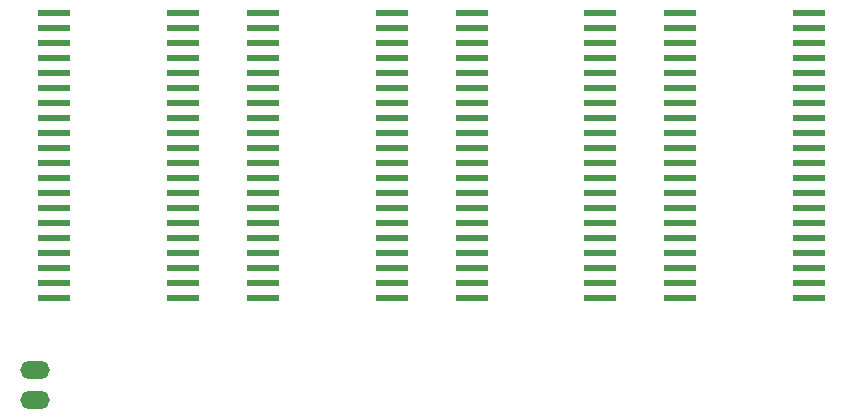
<source format=gtp>
G04 Layer: TopPasteMaskLayer*
G04 EasyEDA v6.5.22, 2023-01-31 16:09:17*
G04 6fe1b45eb15a465e87536e095b6672f0,ba5b2474b43344648d466766df5634d0,10*
G04 Gerber Generator version 0.2*
G04 Scale: 100 percent, Rotated: No, Reflected: No *
G04 Dimensions in millimeters *
G04 leading zeros omitted , absolute positions ,4 integer and 5 decimal *
%FSLAX45Y45*%
%MOMM*%

%AMMACRO1*4,1,4,-1.389,-0.254,-1.389,0.254,1.389,0.254,1.389,-0.254,-1.389,-0.254,0*%
%ADD10MACRO1*%
%ADD11O,2.4999949999999997X1.499997*%

%LPD*%
D10*
G01*
X1535087Y2679700D03*
G01*
X3302012Y2679700D03*
G01*
X5067312Y2679700D03*
G01*
X6832612Y2679700D03*
G01*
X444487Y3441700D03*
G01*
X444487Y3314700D03*
G01*
X444487Y3187700D03*
G01*
X444487Y3060700D03*
G01*
X444487Y2933700D03*
G01*
X444487Y2806700D03*
G01*
X444487Y2679700D03*
G01*
X444487Y2552700D03*
G01*
X444487Y2425700D03*
G01*
X444487Y2298700D03*
G01*
X444487Y2171700D03*
G01*
X444487Y2044700D03*
G01*
X444487Y1917700D03*
G01*
X444487Y1790700D03*
G01*
X444487Y1663700D03*
G01*
X444487Y1536700D03*
G01*
X444487Y1409700D03*
G01*
X444487Y1282700D03*
G01*
X444487Y1155700D03*
G01*
X444487Y1028700D03*
G01*
X1535087Y3441700D03*
G01*
X1535087Y3314700D03*
G01*
X1535087Y3187700D03*
G01*
X1535087Y3060700D03*
G01*
X1535087Y2933700D03*
G01*
X1535087Y2806700D03*
G01*
X1535087Y2552700D03*
G01*
X1535087Y2425700D03*
G01*
X1535087Y2298700D03*
G01*
X1535087Y2171700D03*
G01*
X1535087Y2044700D03*
G01*
X1535087Y1917700D03*
G01*
X1535087Y1790700D03*
G01*
X1535087Y1663700D03*
G01*
X1535087Y1536700D03*
G01*
X1535087Y1409700D03*
G01*
X1535087Y1282700D03*
G01*
X1535087Y1155700D03*
G01*
X1535087Y1028700D03*
G01*
X2211412Y3441700D03*
G01*
X2211412Y3441700D03*
G01*
X2211412Y3314700D03*
G01*
X2211412Y3187700D03*
G01*
X2211412Y3060700D03*
G01*
X2211412Y1028700D03*
G01*
X2211412Y1155700D03*
G01*
X2211412Y1282700D03*
G01*
X2211412Y1409700D03*
G01*
X2211412Y1536700D03*
G01*
X2211412Y1663700D03*
G01*
X2211412Y1790700D03*
G01*
X2211412Y1917700D03*
G01*
X2211412Y2044700D03*
G01*
X2211412Y2171700D03*
G01*
X2211412Y2298700D03*
G01*
X2211412Y2425700D03*
G01*
X2211412Y2552700D03*
G01*
X2211412Y2679700D03*
G01*
X2211412Y2806700D03*
G01*
X2211412Y2933700D03*
G01*
X3302012Y3441700D03*
G01*
X3302012Y3314700D03*
G01*
X3302012Y3187700D03*
G01*
X3302012Y3060700D03*
G01*
X3302012Y2933700D03*
G01*
X3302012Y2806700D03*
G01*
X3302012Y2552700D03*
G01*
X3302012Y2425700D03*
G01*
X3302012Y2298700D03*
G01*
X3302012Y2171700D03*
G01*
X3302012Y2044700D03*
G01*
X3302012Y1917700D03*
G01*
X3302012Y1790700D03*
G01*
X3302012Y1663700D03*
G01*
X3302012Y1536700D03*
G01*
X3302012Y1409700D03*
G01*
X3302012Y1282700D03*
G01*
X3302012Y1155700D03*
G01*
X3302012Y1028700D03*
G01*
X3976712Y3441700D03*
G01*
X3976712Y3314700D03*
G01*
X3976712Y3187700D03*
G01*
X3976712Y3060700D03*
G01*
X3976712Y2933700D03*
G01*
X3976712Y2806700D03*
G01*
X3976712Y2679700D03*
G01*
X3976712Y2552700D03*
G01*
X3976712Y2425700D03*
G01*
X3976712Y2298700D03*
G01*
X3976712Y2171700D03*
G01*
X3976712Y2044700D03*
G01*
X3976712Y1917700D03*
G01*
X3976712Y1790700D03*
G01*
X3976712Y1663700D03*
G01*
X3976712Y1536700D03*
G01*
X3976712Y1409700D03*
G01*
X3976712Y1282700D03*
G01*
X3976712Y1155700D03*
G01*
X3976712Y1028700D03*
G01*
X5067312Y3441700D03*
G01*
X5067312Y3314700D03*
G01*
X5067312Y3187700D03*
G01*
X5067312Y3060700D03*
G01*
X5067312Y2933700D03*
G01*
X5067312Y2806700D03*
G01*
X5067312Y2552700D03*
G01*
X5067312Y2425700D03*
G01*
X5067312Y2298700D03*
G01*
X5067312Y2171700D03*
G01*
X5067312Y2044700D03*
G01*
X5067312Y1917700D03*
G01*
X5067312Y1790700D03*
G01*
X5067312Y1663700D03*
G01*
X5067312Y1536700D03*
G01*
X5067312Y1409700D03*
G01*
X5067312Y1282700D03*
G01*
X5067312Y1155700D03*
G01*
X5067312Y1028700D03*
G01*
X5742012Y1028700D03*
G01*
X5742012Y1155700D03*
G01*
X5742012Y1282700D03*
G01*
X5742012Y1409700D03*
G01*
X5742012Y1536700D03*
G01*
X5742012Y1663700D03*
G01*
X5742012Y1790700D03*
G01*
X5742012Y1917700D03*
G01*
X5742012Y2044700D03*
G01*
X5742012Y2171700D03*
G01*
X5742012Y2298700D03*
G01*
X5742012Y2425700D03*
G01*
X5742012Y2552700D03*
G01*
X5742012Y2679700D03*
G01*
X5742012Y2806700D03*
G01*
X5742012Y2933700D03*
G01*
X5742012Y3060700D03*
G01*
X5742012Y3187700D03*
G01*
X5742012Y3314700D03*
G01*
X5742012Y3441700D03*
G01*
X6832612Y3441700D03*
G01*
X6832612Y3314700D03*
G01*
X6832612Y3187700D03*
G01*
X6832612Y3060700D03*
G01*
X6832612Y2933700D03*
G01*
X6832612Y2806700D03*
G01*
X6832612Y2552700D03*
G01*
X6832612Y2425700D03*
G01*
X6832612Y2298700D03*
G01*
X6832612Y2171700D03*
G01*
X6832612Y2044700D03*
G01*
X6832612Y1917700D03*
G01*
X6832612Y1790700D03*
G01*
X6832612Y1663700D03*
G01*
X6832612Y1536700D03*
G01*
X6832612Y1409700D03*
G01*
X6832612Y1282700D03*
G01*
X6832612Y1155700D03*
G01*
X6832612Y1028700D03*
D11*
G01*
X279400Y419100D03*
G01*
X279400Y165100D03*
M02*

</source>
